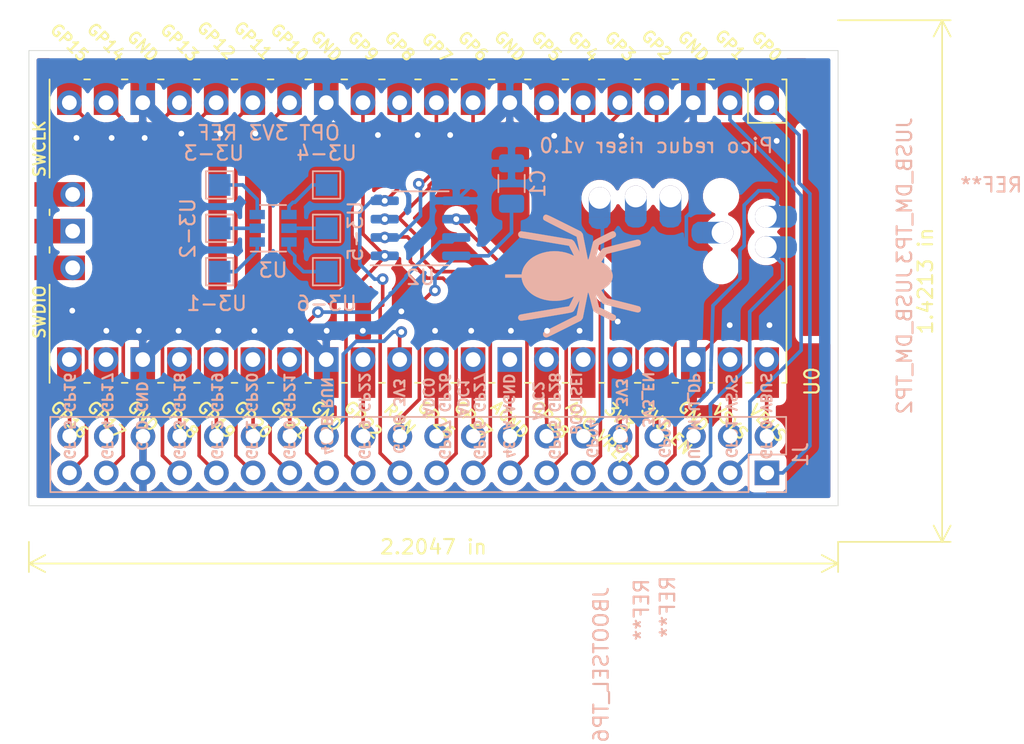
<source format=kicad_pcb>
(kicad_pcb (version 20241229) (generator "pcbnew") (generator_version "9.0")
  (layers (0 "F.Cu" signal) (2 "B.Cu" signal) (13 "F.Paste" user) (15 "B.Paste" user) (5 "F.SilkS" user) (7 "B.SilkS" user) (1 "F.Mask" user) (3 "B.Mask" user) (25 "Edge.Cuts" user))
  (net 0 "")
  (net 1 "GPIO16")
  (net 2 "GPIO17")
  (net 3 "GPIO14")
  (net 4 "GND")
  (net 5 "GPIO18")
  (net 6 "GPIO13")
  (net 7 "GPIO19")
  (net 8 "GPIO12")
  (net 9 "GPIO20")
  (net 10 "GPIO11")
  (net 11 "GPIO21")
  (net 12 "GPIO10")
  (net 13 "RS485B")
  (net 14 "GPIO22")
  (net 15 "GPIO9")
  (net 16 "RUN")
  (net 17 "GPIO6")
  (net 18 "GPIO27_ADC1")
  (net 19 "AGND")
  (net 20 "RS485A")
  (net 21 "GPIO28_ADC2")
  (net 22 "GPIO5")
  (net 23 "ADC_VREF")
  (net 24 "GPIO4")
  (net 25 "3V3_PICO")
  (net 26 "GPIO3")
  (net 27 "3V3_EN")
  (net 28 "GPIO2")
  (net 29 "VSYS")
  (net 30 "GPIO1")
  (net 31 "VBUS")
  (net 32 "GPIO0")
  (net 33 "Net-(U0-Pad43)")
  (net 34 "Net-(U0-Pad42)")
  (net 35 "Net-(U0-Pad41)")
  (net 36 "3V3")
  (net 37 "GPIO8")
  (net 38 "GPIO7")
  (net 39 "GPIO15")
  (net 40 "GPIO26_ADC0")
  (net 41 "BOOTSEL_TP6")
  (net 42 "USB_DP_TP3")
  (net 43 "USB_DM_TP2")
  (net 44 "Net-(U3-1-Pad1)")
  (net 45 "Net-(U3-5-Pad1)")
  (net 46 "Net-(U3-6-Pad1)")
  (net 47 "Net-(U3-4-Pad1)")
  (net 48 "Net-(U3-3-Pad1)")
  (net 49 "Net-(U3-2-Pad1)")
  (footprint "RP2040_minimal:RPi_Pico_SMD_TH" (layer "F.Cu") (at 56.92902 86.995 -90)
    (property "Reference" "U0")
    (property "Value" "Pico")
  )
  (footprint "Connector_PinHeader_2.54mm:PinHeader_2x20_P2.54mm_Vertical" (layer "B.Cu") (at 81.075 103.725 90)
    (property "Reference" "J1")
    (property "Value" "Conn_02x20_Odd_Even")
  )
  (footprint "Package_SO:SOIC-8_3.9x4.9mm_P1.27mm" (layer "B.Cu") (at 57.1 86.8)
    (property "Reference" "U2")
    (property "Value" "MAX485E")
  )
  (footprint "pananico:panani" (layer "B.Cu") (at 69.5 84.7)
    (property "Reference" "JBOOTSEL_TP6")
    (property "Value" "Conn_01x01")
  )
  (footprint "pananico:panani" (layer "B.Cu") (at 81 88.1 90)
    (property "Reference" "JUSB_DM_TP2")
    (property "Value" "Conn_01x01")
  )
  (footprint "pananico:panani" (layer "B.Cu") (at 81 86 90)
    (property "Reference" "JUSB_DM_TP3")
    (property "Value" "Conn_01x01")
  )
  (footprint "pananico:panani" (layer "B.Cu") (at 72 84.6)
    (property "Reference" "REF**")
    (property "Value" "panani")
  )
  (footprint "pananico:panani" (layer "B.Cu") (at 74.4 84.6)
    (property "Reference" "REF**")
    (property "Value" "panani")
  )
  (footprint "pananico:panani" (layer "B.Cu") (at 78 87.1 -90)
    (property "Reference" "REF**")
    (property "Value" "panani")
  )
  (footprint "Capacitor_SMD:C_1206_3216Metric" (layer "B.Cu") (at 63.4 83.7 90)
    (property "Reference" "C1")
    (property "Value" "10nF")
  )
  (footprint "Package_TO_SOT_SMD:SOT-23-6" (layer "B.Cu") (at 46.9 86.8)
    (property "Reference" "U3")
    (property "Value" "Opt VRef")
  )
  (footprint "TestPoint:TestPoint_Pad_1.5x1.5mm" (layer "B.Cu") (at 43.2 86.8)
    (property "Reference" "U3-2")
    (property "Value" "Conn_01x01")
  )
  (footprint "TestPoint:TestPoint_Pad_1.5x1.5mm" (layer "B.Cu") (at 43.2 89.8)
    (property "Reference" "U3-1")
    (property "Value" "Conn_01x01")
  )
  (footprint "TestPoint:TestPoint_Pad_1.5x1.5mm" (layer "B.Cu") (at 50.6 83.8)
    (property "Reference" "U3-4")
    (property "Value" "Conn_01x01")
  )
  (footprint "TestPoint:TestPoint_Pad_1.5x1.5mm" (layer "B.Cu") (at 50.6 86.8)
    (property "Reference" "U3-5")
    (property "Value" "Conn_01x01")
  )
  (footprint "TestPoint:TestPoint_Pad_1.5x1.5mm" (layer "B.Cu") (at 50.6 89.8)
    (property "Reference" "U3-6")
    (property "Value" "Conn_01x01")
  )
  (footprint "TestPoint:TestPoint_Pad_1.5x1.5mm" (layer "B.Cu") (at 43.2 83.8)
    (property "Reference" "U3-3")
    (property "Value" "Conn_01x01")
  )
  (footprint "pananico:logo_saitis-10mm-ser" (layer "B.Cu") (at 67.8 90.2 -90)
    (property "Reference" "G***" (hide yes))
    (property "Value" "LOGO" (hide yes))
  )
  (gr_poly (pts (xy 85.2 94.2) (xy 83.6 94.2) (xy 83.6 80) (xy 85.2 80)) (stroke (width 0.1)) (fill yes) (layer "F.Cu"))
  (gr_line (start 30 74.5) (end 30 106) (stroke (width 0.05)) (layer "Edge.Cuts"))
  (gr_line (start 86 106) (end 86 74.5) (stroke (width 0.05)) (layer "Edge.Cuts"))
  (gr_line (start 30 106) (end 86 106) (stroke (width 0.05)) (layer "Edge.Cuts"))
  (gr_line (start 86 74.5) (end 30 74.5) (stroke (width 0.05)) (layer "Edge.Cuts"))
  (gr_text "OPT 3V3 REF" (at 46.6 80.2 0) (layer "B.SilkS") (effects (font (size 1 1)) (justify mirror)))
  (gr_text "U_DM U_DP" (at 76 99.8 270) (layer "B.SilkS") (effects (font (size 0.7 0.7)) (justify mirror)))
  (gr_text "GND GND" (at 37.8 99.8 270) (layer "B.SilkS") (effects (font (size 0.7 0.7)) (justify mirror)))
  (gr_text "GP00 VBUS" (at 81 99.8 270) (layer "B.SilkS") (effects (font (size 0.7 0.7)) (justify mirror)))
  (gr_text "GP09 GP22" (at 53.2 99.8 270) (layer "B.SilkS") (effects (font (size 0.7 0.7)) (justify mirror)))
  (gr_text "GP07 GP26\n     ADC0" (at 58.2 99.8 270) (layer "B.SilkS") (effects (font (size 0.7 0.7)) (justify mirror)))
  (gr_text "GP03 3V3" (at 71 99.8 270) (layer "B.SilkS") (effects (font (size 0.7 0.7)) (justify mirror)))
  (gr_text "GP05 GP28\n    ADC2" (at 65.8 99.8 270) (layer "B.SilkS") (effects (font (size 0.7 0.7)) (justify mirror)))
  (gr_text "GP11 GP20" (at 45.4 99.8 270) (layer "B.SilkS") (effects (font (size 0.7 0.7)) (justify mirror)))
  (gr_text "GP15 GP16" (at 32.8 99.8 270) (layer "B.SilkS") (effects (font (size 0.7 0.7)) (justify mirror)))
  (gr_text "GP01 VSYS" (at 78.6 99.8 270) (layer "B.SilkS") (effects (font (size 0.7 0.7)) (justify mirror)))
  (gr_text "GP02\n    3V3_EN" (at 73.4 102.8 270) (layer "B.SilkS") (effects (font (size 0.7 0.7)) (justify left mirror)))
  (gr_text "GP08 3V3" (at 55.6 99.8 270) (layer "B.SilkS") (effects (font (size 0.7 0.7)) (justify mirror)))
  (gr_text "GP06 GP27\n     ADC1" (at 60.6 99.8 270) (layer "B.SilkS") (effects (font (size 0.7 0.7)) (justify mirror)))
  (gr_text "485A AGND" (at 63.2 99.8 270) (layer "B.SilkS") (effects (font (size 0.7 0.7)) (justify mirror)))
  (gr_text "GP04\n   BOOTSEL" (at 68.4 102.8 270) (layer "B.SilkS") (effects (font (size 0.7 0.7)) (justify left mirror)))
  (gr_text "GP14 GP17" (at 35.4 99.8 270) (layer "B.SilkS") (effects (font (size 0.7 0.7)) (justify mirror)))
  (gr_text "GP12 GP19" (at 43 99.8 270) (layer "B.SilkS") (effects (font (size 0.7 0.7)) (justify mirror)))
  (gr_text "GP13 GP18" (at 40.4 99.8 270) (layer "B.SilkS") (effects (font (size 0.7 0.7)) (justify mirror)))
  (gr_text "485B RUN" (at 50.6 99.8 270) (layer "B.SilkS") (effects (font (size 0.7 0.7)) (justify mirror)))
  (gr_text "GP10 GP21" (at 48 99.8 270) (layer "B.SilkS") (effects (font (size 0.7 0.7)) (justify mirror)))
  (gr_text "Pico reduc riser v1.0" (at 73.42 81.08 0) (layer "B.SilkS") (effects (font (size 1 1)) (justify mirror)))
  (dimension (type aligned) (layer "F.SilkS") (pts (xy 86 108.5) (xy 30 108.5)) (height -1.5) (format (prefix "") (suffix "") (units 0) (units_format 1) (precision 4)) (style (thickness 0.12) (arrow_length 1.27) (text_position_mode 0) (arrow_direction outward) (extension_height 0.58642) (extension_offset 0) (keep_text_aligned yes)) (gr_text "2.2047 in" (at 58 108.85 0) (layer "F.SilkS") (effects (font (size 1 1) (thickness 0.15)))))
  (dimension (type aligned) (layer "F.SilkS") (pts (xy 86 72.4) (xy 86 108.5)) (height -7.2) (format (prefix "") (suffix "") (units 0) (units_format 1) (precision 4)) (style (thickness 0.12) (arrow_length 1.27) (text_position_mode 0) (arrow_direction outward) (extension_height 0.58642) (extension_offset 0) (keep_text_aligned yes)) (gr_text "1.4213 in" (at 92.05 90.45 90) (layer "F.SilkS") (effects (font (size 1 1) (thickness 0.15)))))
  (segment (start 32.815 101.185) (end 32.815 95.90098) (width 0.25) (layer "F.Cu") (net 1))
  (segment (start 32.815 95.90098) (end 32.79902 95.885) (width 0.25) (layer "F.Cu") (net 1))
  (segment (start 35.355 101.185) (end 35.355 95.90098) (width 0.25) (layer "F.Cu") (net 2))
  (segment (start 35.36442 95.9104) (end 35.33902 95.885) (width 0.5) (layer "F.Cu") (net 2))
  (segment (start 35.355 95.90098) (end 35.33902 95.885) (width 0.25) (layer "F.Cu") (net 2))
  (segment (start 36.530001 102.549999) (end 36.530001 79.295981) (width 0.25) (layer "F.Cu") (net 3))
  (segment (start 36.22201 78.98799) (end 35.33902 78.105) (width 0.25) (layer "F.Cu") (net 3))
  (segment (start 35.355 103.725) (end 36.530001 102.549999) (width 0.25) (layer "F.Cu") (net 3))
  (segment (start 36.514021 79.280001) (end 36.22201 78.98799) (width 0.25) (layer "F.Cu") (net 3))
  (segment (start 36.530001 79.295981) (end 36.22201 78.98799) (width 0.25) (layer "F.Cu") (net 3))
  (segment (start 75.97902 95.885) (end 75.97902 84.72902) (width 0.25) (layer "F.Cu") (net 4))
  (segment (start 37.87902 95.885) (end 37.90442 95.9104) (width 1) (layer "F.Cu") (net 4))
  (segment (start 81.75 80.75) (end 81.350001 81.149999) (width 0.25) (layer "F.Cu") (net 4))
  (segment (start 75.97902 82.27098) (end 77 81.25) (width 0.25) (layer "F.Cu") (net 4))
  (segment (start 77 81.25) (end 78.25 81.25) (width 0.25) (layer "F.Cu") (net 4))
  (segment (start 75.97902 84.72902) (end 75.97902 82.27098) (width 0.25) (layer "F.Cu") (net 4))
  (segment (start 81.350001 81.149999) (end 78.25 81.25) (width 0.25) (layer "F.Cu") (net 4))
  (segment (start 75.97902 84.72902) (end 76 84.70804) (width 0.25) (layer "F.Cu") (net 4))
  (segment (start 78.5 93.5) (end 81.25 93.5) (width 0.25) (layer "F.Cu") (net 4))
  (segment (start 76.115 95.885) (end 78.5 93.5) (width 0.25) (layer "F.Cu") (net 4))
  (segment (start 75.97902 95.885) (end 76.115 95.885) (width 0.25) (layer "F.Cu") (net 4))
  (via (at 70.75 93.25) (size 0.8) (drill 0.4) (layers "F.Cu" "B.Cu") (net 4))
  (via (at 33 92.5) (size 0.8) (drill 0.4) (layers "F.Cu" "B.Cu") (net 4))
  (via (at 33.29178 80.54594) (size 0.8) (drill 0.4) (layers "F.Cu" "B.Cu") (net 4))
  (via (at 45.6089 93.8911) (size 0.8) (drill 0.4) (layers "F.Cu" "B.Cu") (net 4))
  (via (at 58.1089 93.8911) (size 0.8) (drill 0.4) (layers "F.Cu" "B.Cu") (net 4))
  (via (at 43.1089 93.8911) (size 0.8) (drill 0.4) (layers "F.Cu" "B.Cu") (net 4))
  (via (at 55.775 92.55) (size 0.8) (drill 0.4) (layers "F.Cu" "B.Cu") (net 4))
  (via (at 59.15472 80.34528) (size 0.8) (drill 0.4) (layers "F.Cu" "B.Cu") (net 4))
  (via (at 50.6089 93.8911) (size 0.8) (drill 0.4) (layers "F.Cu" "B.Cu") (net 4))
  (via (at 38.0111 80.54594) (size 0.8) (drill 0.4) (layers "F.Cu" "B.Cu") (net 4))
  (via (at 81.75 80.75) (size 0.8) (drill 0.4) (layers "F.Cu" "B.Cu") (net 4))
  (via (at 40.54856 80.24368) (size 0.8) (drill 0.4) (layers "F.Cu" "B.Cu") (net 4))
  (via (at 37.6089 93.8911) (size 0.8) (drill 0.4) (layers "F.Cu" "B.Cu") (net 4))
  (via (at 40.3589 93.8911) (size 0.8) (drill 0.4) (layers "F.Cu" "B.Cu") (net 4))
  (via (at 56.90472 80.34528) (size 0.8) (drill 0.4) (layers "F.Cu" "B.Cu") (net 4))
  (via (at 65.8589 93.8911) (size 0.8) (drill 0.4) (layers "F.Cu" "B.Cu") (net 4))
  (via (at 78.5 93.5) (size 0.8) (drill 0.4) (layers "F.Cu" "B.Cu") (net 4))
  (via (at 53.1089 93.8911) (size 0.8) (drill 0.4) (layers "F.Cu" "B.Cu") (net 4))
  (via (at 81.25 93.5) (size 0.8) (drill 0.4) (layers "F.Cu" "B.Cu") (net 4))
  (via (at 45.67174 80.24368) (size 0.8) (drill 0.4) (layers "F.Cu" "B.Cu") (net 4))
  (via (at 54.15472 80.34528) (size 0.8) (drill 0.4) (layers "F.Cu" "B.Cu") (net 4))
  (via (at 63.3589 93.8911) (size 0.8) (drill 0.4) (layers "F.Cu" "B.Cu") (net 4))
  (via (at 35.3589 93.8911) (size 0.8) (drill 0.4) (layers "F.Cu" "B.Cu") (net 4))
  (via (at 48.1089 93.8911) (size 0.8) (drill 0.4) (layers "F.Cu" "B.Cu") (net 4))
  (via (at 43.23588 80.24368) (size 0.8) (drill 0.4) (layers "F.Cu" "B.Cu") (net 4))
  (via (at 35.7251 80.54594) (size 0.8) (drill 0.4) (layers "F.Cu" "B.Cu") (net 4))
  (via (at 70.99554 80.39608) (size 0.8) (drill 0.4) (layers "F.Cu" "B.Cu") (net 4))
  (via (at 66.35392 80.39608) (size 0.8) (drill 0.4) (layers "F.Cu" "B.Cu") (net 4))
  (via (at 68.1089 93.8911) (size 0.8) (drill 0.4) (layers "F.Cu" "B.Cu") (net 4))
  (via (at 60.6089 93.8911) (size 0.8) (drill 0.4) (layers "F.Cu" "B.Cu") (net 4))
  (segment (start 33.29178 80.54594) (end 33.29178 80.54594) (width 1) (layer "B.Cu") (net 4))
  (segment (start 35.7251 80.54594) (end 33.29178 80.54594) (width 1) (layer "B.Cu") (net 4))
  (segment (start 38.0111 80.54594) (end 35.7251 80.54594) (width 1) (layer "B.Cu") (net 4))
  (segment (start 40.54856 80.24368) (end 43.23588 80.24368) (width 1) (layer "B.Cu") (net 4))
  (segment (start 43.23588 80.24368) (end 45.67174 80.24368) (width 1) (layer "B.Cu") (net 4))
  (segment (start 45.67174 80.24368) (end 49.43856 80.24368) (width 1) (layer "B.Cu") (net 4))
  (segment (start 70.99554 80.39608) (end 73.68794 80.39608) (width 1) (layer "B.Cu") (net 4))
  (segment (start 40.3589 93.8911) (end 43.1089 93.8911) (width 1) (layer "B.Cu") (net 4))
  (segment (start 43.1089 93.8911) (end 45.6089 93.8911) (width 1) (layer "B.Cu") (net 4))
  (segment (start 45.6089 93.8911) (end 48.1089 93.8911) (width 1) (layer "B.Cu") (net 4))
  (segment (start 48.1089 93.8911) (end 48.58512 93.8911) (width 1) (layer "B.Cu") (net 4))
  (segment (start 58.1089 93.8911) (end 60.6089 93.8911) (width 1) (layer "B.Cu") (net 4))
  (segment (start 60.6089 93.8911) (end 63.3589 93.8911) (width 1) (layer "B.Cu") (net 4))
  (segment (start 63.3589 93.8911) (end 65.8589 93.8911) (width 1) (layer "B.Cu") (net 4))
  (segment (start 65.8589 93.8911) (end 68.1089 93.8911) (width 1) (layer "B.Cu") (net 4))
  (segment (start 68.1089 93.8911) (end 68.1089 93.8911) (width 1) (layer "B.Cu") (net 4))
  (segment (start 54.15472 80.34528) (end 56.90472 80.34528) (width 1) (layer "B.Cu") (net 4))
  (segment (start 56.90472 80.34528) (end 59.15472 80.34528) (width 1) (layer "B.Cu") (net 4))
  (segment (start 59.15472 80.34528) (end 61.03874 80.34528) (width 1) (layer "B.Cu") (net 4))
  (segment (start 66.35392 80.39608) (end 70.99554 80.39608) (width 1) (layer "B.Cu") (net 4))
  (segment (start 37.6089 93.8911) (end 35.3589 93.8911) (width 1) (layer "B.Cu") (net 4))
  (segment (start 35.3589 93.8911) (end 34.3911 93.8911) (width 1) (layer "B.Cu") (net 4))
  (segment (start 33 92.5) (end 33 92.5) (width 1) (layer "B.Cu") (net 4))
  (segment (start 70.75 93.25) (end 70.75 93.25) (width 0.25) (layer "B.Cu") (net 4))
  (segment (start 52.8193 80.34528) (end 54.15472 80.34528) (width 1) (layer "B.Cu") (net 4))
  (segment (start 75.5 88.2) (end 75.5 86) (width 0.25) (layer "B.Cu") (net 4))
  (segment (start 37.87902 95.72752) (end 39.71544 93.8911) (width 1) (layer "B.Cu") (net 4))
  (segment (start 73.83272 80.39608) (end 73.68794 80.39608) (width 0.25) (layer "B.Cu") (net 4))
  (segment (start 63.4 82.3) (end 64.45 82.3) (width 0.25) (layer "B.Cu") (net 4))
  (segment (start 75.5 86) (end 75.97902 85.52098) (width 0.25) (layer "B.Cu") (net 4))
  (segment (start 63.28664 78.105) (end 65.57772 80.39608) (width 1) (layer "B.Cu") (net 4))
  (segment (start 49.43856 80.24368) (end 50.57902 79.10322) (width 1) (layer "B.Cu") (net 4))
  (segment (start 61.03874 80.34528) (end 63.27902 78.105) (width 1) (layer "B.Cu") (net 4))
  (segment (start 34.3911 93.8911) (end 33 92.5) (width 1) (layer "B.Cu") (net 4))
  (segment (start 39.71544 80.54594) (end 40.0177 80.24368) (width 1) (layer "B.Cu") (net 4))
  (segment (start 50.57902 78.105) (end 52.8193 80.34528) (width 1) (layer "B.Cu") (net 4))
  (segment (start 39.71544 93.8911) (end 37.6089 93.8911) (width 1) (layer "B.Cu") (net 4))
  (segment (start 55.775 92.55) (end 56.7678 92.55) (width 0.5) (layer "B.Cu") (net 4))
  (segment (start 59.575 84.895) (end 59.575 84.725) (width 0.25) (layer "B.Cu") (net 4))
  (segment (start 37.87902 95.885) (end 37.87902 95.72752) (width 1) (layer "B.Cu") (net 4))
  (segment (start 73.68794 80.39608) (end 75.97902 78.105) (width 1) (layer "B.Cu") (net 4))
  (segment (start 62.17 82.3) (end 63.4 82.3) (width 0.25) (layer "B.Cu") (net 4))
  (segment (start 50.57902 79.10322) (end 50.57902 78.105) (width 1) (layer "B.Cu") (net 4))
  (segment (start 75.97902 89.52098) (end 74.47902 89.52098) (width 0.25) (layer "B.Cu") (net 4))
  (segment (start 48.58512 93.8911) (end 50.57902 95.885) (width 1) (layer "B.Cu") (net 4))
  (segment (start 40.0177 80.24368) (end 40.54856 80.24368) (width 1) (layer "B.Cu") (net 4))
  (segment (start 75.97902 88.67902) (end 75.5 88.2) (width 0.25) (layer "B.Cu") (net 4))
  (segment (start 59.575 84.895) (end 62.17 82.3) (width 0.25) (layer "B.Cu") (net 4))
  (segment (start 71 93) (end 70.75 93.25) (width 0.25) (layer "B.Cu") (net 4))
  (segment (start 39.71544 93.8911) (end 39.71544 80.54594) (width 1) (layer "B.Cu") (net 4))
  (segment (start 53.1089 93.8911) (end 54.4339 93.8911) (width 0.5) (layer "B.Cu") (net 4))
  (segment (start 56.7678 92.55) (end 58.1089 93.8911) (width 0.5) (layer "B.Cu") (net 4))
  (segment (start 75.97902 85.52098) (end 75.97902 82.54238) (width 0.25) (layer "B.Cu") (net 4))
  (segment (start 75.97902 89.52098) (end 75.97902 88.67902) (width 0.25) (layer "B.Cu") (net 4))
  (segment (start 50.6089 93.8911) (end 53.1089 93.8911) (width 0.5) (layer "B.Cu") (net 4))
  (segment (start 48.58512 93.8911) (end 50.6089 93.8911) (width 1) (layer "B.Cu") (net 4))
  (segment (start 74.47902 89.52098) (end 71 93) (width 0.25) (layer "B.Cu") (net 4))
  (segment (start 54.4339 93.8911) (end 55.775 92.55) (width 0.5) (layer "B.Cu") (net 4))
  (segment (start 39.71544 80.54594) (end 38.0111 80.54594) (width 1) (layer "B.Cu") (net 4))
  (segment (start 65.57772 80.39608) (end 66.35392 80.39608) (width 1) (layer "B.Cu") (net 4))
  (segment (start 64.45 82.3) (end 66.35392 80.39608) (width 0.25) (layer "B.Cu") (net 4))
  (segment (start 37.87902 78.105) (end 40.0177 80.24368) (width 1) (layer "B.Cu") (net 4))
  (segment (start 75.97902 95.885) (end 75.97902 89.52098) (width 0.25) (layer "B.Cu") (net 4))
  (segment (start 63.27902 78.105) (end 63.28664 78.105) (width 1) (layer "B.Cu") (net 4))
  (segment (start 39.71544 93.8911) (end 40.3589 93.8911) (width 1) (layer "B.Cu") (net 4))
  (segment (start 75.97902 82.54238) (end 73.83272 80.39608) (width 0.25) (layer "B.Cu") (net 4))
  (segment (start 40.435 95.90098) (end 40.41902 95.885) (width 0.25) (layer "F.Cu") (net 5))
  (segment (start 40.435 101.185) (end 40.435 95.90098) (width 0.25) (layer "F.Cu") (net 5))
  (segment (start 40.435 103.725) (end 39.244019 102.534019) (width 0.25) (layer "F.Cu") (net 6))
  (segment (start 39.244019 102.534019) (end 39.244019 79.280001) (width 0.25) (layer "F.Cu") (net 6))
  (segment (start 39.244019 79.280001) (end 40.41902 78.105) (width 0.25) (layer "F.Cu") (net 6))
  (segment (start 42.975 95.90098) (end 42.95902 95.885) (width 0.25) (layer "F.Cu") (net 7))
  (segment (start 42.98442 95.9104) (end 42.95902 95.885) (width 0.5) (layer "F.Cu") (net 7))
  (segment (start 42.975 101.185) (end 42.975 95.90098) (width 0.25) (layer "F.Cu") (net 7))
  (segment (start 41.784019 79.280001) (end 42.95902 78.105) (width 0.25) (layer "F.Cu") (net 8))
  (segment (start 41.784019 102.534019) (end 42.975 103.725) (width 0.25) (layer "F.Cu") (net 8))
  (segment (start 41.784019 79.280001) (end 41.784019 102.534019) (width 0.25) (layer "F.Cu") (net 8))
  (segment (start 45.52442 95.9104) (end 45.49902 95.885) (width 0.5) (layer "F.Cu") (net 9))
  (segment (start 45.515 101.185) (end 45.515 95.90098) (width 0.25) (layer "F.Cu") (net 9))
  (segment (start 45.515 95.90098) (end 45.49902 95.885) (width 0.25) (layer "F.Cu") (net 9))
  (segment (start 44.324019 79.280001) (end 44.324019 102.534019) (width 0.25) (layer "F.Cu") (net 10))
  (segment (start 45.49902 78.105) (end 44.324019 79.280001) (width 0.25) (layer "F.Cu") (net 10))
  (segment (start 44.665001 102.875001) (end 45.515 103.725) (width 0.25) (layer "F.Cu") (net 10))
  (segment (start 44.324019 102.534019) (end 44.665001 102.875001) (width 0.25) (layer "F.Cu") (net 10))
  (segment (start 48.03902 99.966939) (end 48.03902 95.885) (width 0.25) (layer "F.Cu") (net 11))
  (segment (start 48.055 99.982919) (end 48.03902 99.966939) (width 0.25) (layer "F.Cu") (net 11))
  (segment (start 48.055 101.185) (end 48.055 99.982919) (width 0.25) (layer "F.Cu") (net 11))
  (segment (start 46.864019 79.280001) (end 48.03902 78.105) (width 0.25) (layer "F.Cu") (net 12))
  (segment (start 46.690001 79.454019) (end 46.864019 79.280001) (width 0.25) (layer "F.Cu") (net 12))
  (segment (start 48.055 103.725) (end 46.690001 102.360001) (width 0.25) (layer "F.Cu") (net 12))
  (segment (start 46.690001 102.360001) (end 46.690001 79.454019) (width 0.25) (layer "F.Cu") (net 12))
  (segment (start 49.239421 93.360579) (end 49.33 93.27) (width 0.25) (layer "F.Cu") (net 13))
  (segment (start 50.595 103.725) (end 49.230001 102.360001) (width 0.25) (layer "F.Cu") (net 13))
  (segment (start 49.230001 102.360001) (end 49.230001 93.369999) (width 0.25) (layer "F.Cu") (net 13))
  (segment (start 49.33 93.27) (end 50 92.6) (width 0.25) (layer "F.Cu") (net 13))
  (segment (start 49.230001 93.369999) (end 49.33 93.27) (width 0.25) (layer "F.Cu") (net 13))
  (via (at 50 92.6) (size 0.8) (drill 0.4) (layers "F.Cu" "B.Cu") (net 13))
  (segment (start 55.2 91.2) (end 55 91.3) (width 0.25) (layer "B.Cu") (net 13))
  (segment (start 58.465 87.735) (end 56.1 90.1) (width 0.25) (layer "B.Cu") (net 13))
  (segment (start 59.575 87.435) (end 59.275 87.735) (width 0.25) (layer "B.Cu") (net 13))
  (segment (start 56.1 90.2) (end 55.2 91.2) (width 0.25) (layer "B.Cu") (net 13))
  (segment (start 53.8 92.6) (end 55.2 91.2) (width 0.25) (layer "B.Cu") (net 13))
  (segment (start 56.1 90.1) (end 56.1 90.2) (width 0.25) (layer "B.Cu") (net 13))
  (segment (start 59.275 87.735) (end 58.465 87.735) (width 0.25) (layer "B.Cu") (net 13))
  (segment (start 50 92.6) (end 53.8 92.6) (width 0.25) (layer "B.Cu") (net 13))
  (segment (start 53.135 101.185) (end 53.135 95.90098) (width 0.25) (layer "F.Cu") (net 14))
  (segment (start 53.14442 95.9104) (end 53.11902 95.885) (width 0.5) (layer "F.Cu") (net 14))
  (segment (start 53.135 95.90098) (end 53.11902 95.885) (width 0.25) (layer "F.Cu") (net 14))
  (segment (start 51.944019 102.534019) (end 51.944019 91.575981) (width 0.25) (layer "F.Cu") (net 15))
  (segment (start 53.11902 82.18098) (end 53.11902 78.105) (width 0.25) (layer "F.Cu") (net 15))
  (segment (start 53.11902 83.3755) (end 53.11902 82.18098) (width 0.25) (layer "F.Cu") (net 15))
  (segment (start 53.12 87.2) (end 53.12 82.18196) (width 0.25) (layer "F.Cu") (net 15))
  (segment (start 54.625 88.775) (end 54.625 88.705) (width 0.25) (layer "F.Cu") (net 15))
  (segment (start 52.08 91.44) (end 54.625 88.775) (width 0.25) (layer "F.Cu") (net 15))
  (segment (start 53.135 103.725) (end 51.944019 102.534019) (width 0.25) (layer "F.Cu") (net 15))
  (segment (start 51.944019 91.575981) (end 52.08 91.44) (width 0.25) (layer "F.Cu") (net 15))
  (segment (start 53.12 82.18196) (end 53.11902 82.18098) (width 0.25) (layer "F.Cu") (net 15))
  (segment (start 54.625 88.705) (end 53.12 87.2) (width 0.25) (layer "F.Cu") (net 15))
  (segment (start 51.92014 91.47986) (end 52.08 91.44) (width 0.25) (layer "F.Cu") (net 15))
  (via (at 54.625 88.705) (size 0.8) (drill 0.4) (layers "F.Cu" "B.Cu") (net 15))
  (segment (start 55.65902 95.885) (end 55.65902 94.09098) (width 0.25) (layer "F.Cu") (net 16))
  (segment (start 55.68442 95.9104) (end 55.65902 95.885) (width 0.5) (layer "F.Cu") (net 16))
  (segment (start 55.65902 94.09098) (end 55.775 93.975) (width 0.25) (layer "F.Cu") (net 16))
  (via (at 55.775 93.975) (size 0.8) (drill 0.4) (layers "F.Cu" "B.Cu") (net 16))
  (segment (start 55.209315 93.975) (end 55.775 93.975) (width 0.25) (layer "B.Cu") (net 16))
  (segment (start 50.595 101.185) (end 51.754021 100.025979) (width 0.25) (layer "B.Cu") (net 16))
  (segment (start 51.754021 95.510997) (end 52.648917 94.616101) (width 0.25) (layer "B.Cu") (net 16))
  (segment (start 52.648917 94.616101) (end 54.568214 94.616101) (width 0.25) (layer "B.Cu") (net 16))
  (segment (start 54.568214 94.616101) (end 55.209315 93.975) (width 0.25) (layer "B.Cu") (net 16))
  (segment (start 51.754021 100.025979) (end 51.754021 95.510997) (width 0.25) (layer "B.Cu") (net 16))
  (segment (start 57.2 88.9) (end 57.2 87.67033) (width 0.25) (layer "F.Cu") (net 17))
  (segment (start 61.930001 91.600001) (end 61.84 91.51) (width 0.25) (layer "F.Cu") (net 17))
  (segment (start 57.70118 83.8327) (end 57.70118 84.02103) (width 0.25) (layer "F.Cu") (net 17))
  (segment (start 61.930001 102.549999) (end 61.930001 91.600001) (width 0.25) (layer "F.Cu") (net 17))
  (segment (start 60.755 103.725) (end 61.930001 102.549999) (width 0.25) (layer "F.Cu") (net 17))
  (segment (start 57.70118 84.02103) (end 55.62967 86.09254) (width 0.25) (layer "F.Cu") (net 17))
  (segment (start 55.62967 86.1) (end 54.69 86.1) (width 0.25) (layer "F.Cu") (net 17))
  (segment (start 55.62967 86.09254) (end 55.62967 86.1) (width 0.25) (layer "F.Cu") (net 17))
  (segment (start 60.73902 78.105) (end 60.73902 80.79486) (width 0.25) (layer "F.Cu") (net 17))
  (segment (start 60.73902 80.79486) (end 57.70118 83.8327) (width 0.25) (layer "F.Cu") (net 17))
  (segment (start 61.930001 91.789999) (end 61.930001 91.600001) (width 0.25) (layer "F.Cu") (net 17))
  (segment (start 57.2 87.67033) (end 55.62967 86.1) (width 0.25) (layer "F.Cu") (net 17))
  (segment (start 61.84 91.51) (end 60.1 89.8) (width 0.25) (layer "F.Cu") (net 17))
  (segment (start 60.1 89.8) (end 58.1 89.8) (width 0.25) (layer "F.Cu") (net 17))
  (segment (start 54.69 86.1) (end 54.625 86.165) (width 0.25) (layer "F.Cu") (net 17))
  (segment (start 58.1 89.8) (end 57.2 88.9) (width 0.25) (layer "F.Cu") (net 17))
  (via (at 54.625 86.165) (size 0.8) (drill 0.4) (layers "F.Cu" "B.Cu") (net 17))
  (segment (start 60.755 101.185) (end 60.755 95.90098) (width 0.25) (layer "F.Cu") (net 18))
  (segment (start 60.76442 95.9104) (end 60.73902 95.885) (width 0.5) (layer "F.Cu") (net 18))
  (segment (start 60.755 95.90098) (end 60.73902 95.885) (width 0.25) (layer "F.Cu") (net 18))
  (segment (start 63.30442 95.9104) (end 63.27902 95.885) (width 0.5) (layer "F.Cu") (net 19))
  (segment (start 63.295 101.185) (end 63.295 99.982919) (width 0.25) (layer "F.Cu") (net 19))
  (segment (start 63.295 99.982919) (end 63.27902 99.966939) (width 0.25) (layer "F.Cu") (net 19))
  (segment (start 63.27902 99.966939) (end 63.27902 95.885) (width 0.25) (layer "F.Cu") (net 19))
  (segment (start 62.8 90.741158) (end 62.8 89.4) (width 0.25) (layer "F.Cu") (net 20))
  (segment (start 64.35 92.22) (end 62.8 90.741158) (width 0.25) (layer "F.Cu") (net 20))
  (segment (start 59.575 86.175) (end 59.575 86.165) (width 0.25) (layer "F.Cu") (net 20))
  (segment (start 64.470001 102.549999) (end 64.470001 92.340001) (width 0.25) (layer "F.Cu") (net 20))
  (segment (start 64.470001 92.340001) (end 64.35 92.22) (width 0.25) (layer "F.Cu") (net 20))
  (segment (start 63.295 103.725) (end 64.470001 102.549999) (width 0.25) (layer "F.Cu") (net 20))
  (segment (start 62.8 89.4) (end 59.575 86.175) (width 0.25) (layer "F.Cu") (net 20))
  (segment (start 64.479421 92.420579) (end 64.35 92.22) (width 0.25) (layer "F.Cu") (net 20))
  (via (at 59.575 86.165) (size 0.8) (drill 0.4) (layers "F.Cu" "B.Cu") (net 20))
  (segment (start 65.835 99.982919) (end 65.81902 99.966939) (width 0.25) (layer "F.Cu") (net 21))
  (segment (start 65.835 101.185) (end 65.835 99.982919) (width 0.25) (layer "F.Cu") (net 21))
  (segment (start 65.84442 95.9104) (end 65.81902 95.885) (width 0.5) (layer "F.Cu") (net 21))
  (segment (start 65.81902 99.966939) (end 65.81902 95.885) (width 0.25) (layer "F.Cu") (net 21))
  (segment (start 67.019421 91.480579) (end 66.96 91.43) (width 0.25) (layer "F.Cu") (net 22))
  (segment (start 65.23482 78.6892) (end 65.81902 78.105) (width 0.25) (layer "F.Cu") (net 22))
  (segment (start 66.96 91.43) (end 65.3 89.761158) (width 0.25) (layer "F.Cu") (net 22))
  (segment (start 67.184019 102.375981) (end 67.184019 91.654019) (width 0.25) (layer "F.Cu") (net 22))
  (segment (start 65.3 89.761158) (end 65.3 89.2) (width 0.25) (layer "F.Cu") (net 22))
  (segment (start 65.23482 89.44356) (end 65.3 89.2) (width 0.25) (layer "F.Cu") (net 22))
  (segment (start 67.184019 91.654019) (end 66.96 91.43) (width 0.25) (layer "F.Cu") (net 22))
  (segment (start 65.835 103.725) (end 67.184019 102.375981) (width 0.25) (layer "F.Cu") (net 22))
  (segment (start 65.3 89.2) (end 65.23482 78.6892) (width 0.25) (layer "F.Cu") (net 22))
  (segment (start 68.38442 95.9104) (end 68.35902 95.885) (width 0.5) (layer "F.Cu") (net 23))
  (segment (start 69.550001 102.549999) (end 69.550001 92.080001) (width 0.25) (layer "F.Cu") (net 24))
  (segment (start 69.44 91.97) (end 65.89522 88.48344) (width 0.25) (layer "F.Cu") (net 24))
  (segment (start 65.89522 82.54492) (end 68.35902 80.08112) (width 0.25) (layer "F.Cu") (net 24))
  (segment (start 69.550001 92.080001) (end 69.44 91.97) (width 0.25) (layer "F.Cu") (net 24))
  (segment (start 68.375 103.725) (end 69.550001 102.549999) (width 0.25) (layer "F.Cu") (net 24))
  (segment (start 65.89522 88.48344) (end 65.89522 82.54492) (width 0.25) (layer "F.Cu") (net 24))
  (segment (start 68.35902 80.08112) (end 68.35902 78.105) (width 0.25) (layer "F.Cu") (net 24))
  (segment (start 70.915 95.90098) (end 70.89902 95.885) (width 0.25) (layer "F.Cu") (net 25))
  (segment (start 70.915 101.185) (end 70.915 95.90098) (width 0.25) (layer "F.Cu") (net 25))
  (segment (start 68.48094 81.08696) (end 68.62826 81.08696) (width 0.25) (layer "F.Cu") (net 26))
  (segment (start 66.45148 86.16188) (end 66.45402 86.15934) (width 0.25) (layer "F.Cu") (net 26))
  (segment (start 69.5 90.9) (end 66.45148 87.73414) (width 0.25) (layer "F.Cu") (net 26))
  (segment (start 66.45402 86.15934) (end 66.45402 83.11388) (width 0.25) (layer "F.Cu") (net 26))
  (segment (start 66.45402 83.11388) (end 68.48094 81.08696) (width 0.25) (layer "F.Cu") (net 26))
  (segment (start 72.04 93.5) (end 69.5 90.926998) (width 0.25) (layer "F.Cu") (net 26))
  (segment (start 69.5 90.926998) (end 69.5 90.9) (width 0.25) (layer "F.Cu") (net 26))
  (segment (start 72.090001 102.549999) (end 72.090001 93.550001) (width 0.25) (layer "F.Cu") (net 26))
  (segment (start 68.62826 81.08696) (end 70.89902 78.8162) (width 0.25) (layer "F.Cu") (net 26))
  (segment (start 70.915 103.725) (end 72.090001 102.549999) (width 0.25) (layer "F.Cu") (net 26))
  (segment (start 70.89902 78.8162) (end 70.89902 78.105) (width 0.25) (layer "F.Cu") (net 26))
  (segment (start 72.090001 93.550001) (end 72.04 93.5) (width 0.25) (layer "F.Cu") (net 26))
  (segment (start 70.89902 103.93426) (end 70.92442 103.95966) (width 1) (layer "F.Cu") (net 26))
  (segment (start 66.45148 87.73414) (end 66.45148 86.16188) (width 0.25) (layer "F.Cu") (net 26))
  (segment (start 73.43902 99.966939) (end 73.43902 95.885) (width 0.25) (layer "F.Cu") (net 27))
  (segment (start 73.455 101.185) (end 73.455 99.982919) (width 0.25) (layer "F.Cu") (net 27))
  (segment (start 73.46442 95.9104) (end 73.43902 95.885) (width 0.5) (layer "F.Cu") (net 27))
  (segment (start 73.455 99.982919) (end 73.43902 99.966939) (width 0.25) (layer "F.Cu") (net 27))
  (segment (start 73.43902 80.09128) (end 73.43902 78.105) (width 0.25) (layer "F.Cu") (net 28))
  (segment (start 74.7 98.770182) (end 74.71 98.49) (width 0.25) (layer "F.Cu") (net 28))
  (segment (start 74.71 102.47) (end 74.71 98.49) (width 0.25) (layer "F.Cu") (net 28))
  (segment (start 68.40728 81.98104) (end 71.54926 81.98104) (width 0.25) (layer "F.Cu") (net 28))
  (segment (start 67.03568 83.35264) (end 68.40728 81.98104) (width 0.25) (layer "F.Cu") (net 28))
  (segment (start 72.264019 91.976959) (end 72.1 91.9) (width 0.25) (layer "F.Cu") (net 28))
  (segment (start 74.71 98.49) (end 74.7 94.5) (width 0.25) (layer "F.Cu") (net 28))
  (segment (start 73.455 103.725) (end 74.71 102.47) (width 0.25) (layer "F.Cu") (net 28))
  (segment (start 72.1 91.9) (end 67.03568 86.74862) (width 0.25) (layer "F.Cu") (net 28))
  (segment (start 71.54926 81.98104) (end 73.43902 80.09128) (width 0.25) (layer "F.Cu") (net 28))
  (segment (start 74.7 94.5) (end 72.1 91.9) (width 0.25) (layer "F.Cu") (net 28))
  (segment (start 67.03568 86.74862) (end 67.03568 83.35264) (width 0.25) (layer "F.Cu") (net 28))
  (segment (start 78.535 101.185) (end 78.535 95.90098) (width 0.25) (layer "F.Cu") (net 29))
  (segment (start 78.535 95.90098) (end 78.51902 95.885) (width 0.25) (layer "F.Cu") (net 29))
  (segment (start 78.51902 103.93426) (end 78.54442 103.95966) (width 1) (layer "F.Cu") (net 30))
  (segment (start 82.858621 83.858621) (end 83.44 84.54) (width 0.25) (layer "B.Cu") (net 30))
  (segment (start 79.899999 102.360001) (end 79.899999 98.783023) (width 0.25) (layer "B.Cu") (net 30))
  (segment (start 82.858621 83.633321) (end 82.858621 83.858621) (width 0.25) (layer "B.Cu") (net 30))
  (segment (start 78.51902 79.29372) (end 82.858621 83.633321) (width 0.25) (layer "B.Cu") (net 30))
  (segment (start 78.51902 78.105) (end 78.51902 79.29372) (width 0.25) (layer "B.Cu") (net 30))
  (segment (start 83.44 95.243022) (end 83.44 84.54) (width 0.25) (layer "B.Cu") (net 30))
  (segment (start 79.899999 98.783023) (end 83.44 95.243022) (width 0.25) (layer "B.Cu") (net 30))
  (segment (start 78.535 103.725) (end 79.899999 102.360001) (width 0.25) (layer "B.Cu") (net 30))
  (segment (start 81.075 99.982919) (end 81.05902 99.966939) (width 0.25) (layer "F.Cu") (net 31))
  (segment (start 81.05902 99.966939) (end 81.05902 95.885) (width 0.25) (layer "F.Cu") (net 31))
  (segment (start 81.075 101.185) (end 81.075 99.982919) (width 0.25) (layer "F.Cu") (net 31))
  (segment (start 81.05902 103.93426) (end 81.08442 103.95966) (width 1) (layer "F.Cu") (net 32))
  (segment (start 83.308631 80.354611) (end 83.308631 83.672221) (width 0.25) (layer "B.Cu") (net 32))
  (segment (start 84.05001 101.84999) (end 84.05001 84.4136) (width 0.25) (layer "B.Cu") (net 32))
  (segment (start 83.308631 83.672221) (end 84.05001 84.4136) (width 0.25) (layer "B.Cu") (net 32))
  (segment (start 82.175 103.725) (end 84.05001 101.84999) (width 0.25) (layer "B.Cu") (net 32))
  (segment (start 83.308631 80.354611) (end 81.05902 78.105) (width 0.25) (layer "B.Cu") (net 32))
  (segment (start 81.075 103.725) (end 82.175 103.725) (width 0.25) (layer "B.Cu") (net 32))
  (segment (start 57.024019 92.075981) (end 58 91.1) (width 0.25) (layer "F.Cu") (net 36))
  (segment (start 55.675 99.982919) (end 57.024019 98.6339) (width 0.25) (layer "F.Cu") (net 36))
  (segment (start 57.024019 98.6339) (end 57.024019 92.075981) (width 0.25) (layer "F.Cu") (net 36))
  (segment (start 58 91.1) (end 58.1 91.1) (width 0.25) (layer "F.Cu") (net 36))
  (segment (start 55.675 101.185) (end 55.675 99.982919) (width 0.25) (layer "F.Cu") (net 36))
  (via (at 58.1 91.1) (size 0.8) (drill 0.4) (layers "F.Cu" "B.Cu") (net 36))
  (segment (start 63.4 87.1) (end 63.4 85.1) (width 0.25) (layer "B.Cu") (net 36))
  (segment (start 58.1 91.1) (end 58.1 90.18) (width 0.25) (layer "B.Cu") (net 36))
  (segment (start 58.1 90.18) (end 59.575 88.705) (width 0.25) (layer "B.Cu") (net 36))
  (segment (start 61.795 88.705) (end 63.4 87.1) (width 0.25) (layer "B.Cu") (net 36))
  (segment (start 59.575 88.705) (end 61.795 88.705) (width 0.25) (layer "B.Cu") (net 36))
  (segment (start 54.484019 92.115981) (end 54.484019 91.874019) (width 0.25) (layer "F.Cu") (net 37))
  (segment (start 55.675 103.725) (end 54.310001 102.360001) (width 0.25) (layer "F.Cu") (net 37))
  (segment (start 55.65902 78.105) (end 55.65902 83.94098) (width 0.25) (layer "F.Cu") (net 37))
  (segment (start 54.484019 92.115981) (end 54.484019 91.941901) (width 0.25) (layer "F.Cu") (net 37))
  (segment (start 55.65902 83.94098) (end 54.705 84.895) (width 0.25) (layer "F.Cu") (net 37))
  (segment (start 54.310001 92.048037) (end 54.484019 91.874019) (width 0.25) (layer "F.Cu") (net 37))
  (segment (start 54.310001 102.360001) (end 54.310001 92.048037) (width 0.25) (layer "F.Cu") (net 37))
  (segment (start 54.705 84.895) (end 54.625 84.895) (width 0.25) (layer "F.Cu") (net 37))
  (segment (start 54.484019 91.874019) (end 54.484019 90.315981) (width 0.25) (layer "F.Cu") (net 37))
  (segment (start 55.64632 78.1177) (end 55.65902 78.105) (width 0.25) (layer "F.Cu") (net 37))
  (via (at 54.484019 90.315981) (size 0.8) (drill 0.4) (layers "F.Cu" "B.Cu") (net 37))
  (via (at 54.625 84.895) (size 0.8) (drill 0.4) (layers "F.Cu" "B.Cu") (net 37))
  (segment (start 52.9 89.297647) (end 52.9 85.7) (width 0.25) (layer "B.Cu") (net 37))
  (segment (start 54.005 84.595) (end 54.325 84.595) (width 0.25) (layer "B.Cu") (net 37))
  (segment (start 53.918334 90.315981) (end 52.9 89.297647) (width 0.25) (layer "B.Cu") (net 37))
  (segment (start 52.9 85.7) (end 54.005 84.595) (width 0.25) (layer "B.Cu") (net 37))
  (segment (start 54.484019 90.315981) (end 53.918334 90.315981) (width 0.25) (layer "B.Cu") (net 37))
  (segment (start 54.325 84.595) (end 54.625 84.895) (width 0.25) (layer "B.Cu") (net 37))
  (segment (start 54.66 87.4) (end 54.625 87.435) (width 0.25) (layer "F.Cu") (net 38))
  (segment (start 58.19902 78.105) (end 58.19902 82.69845) (width 0.25) (layer "F.Cu") (net 38))
  (segment (start 59.564019 91.524019) (end 59.564019 91.154019) (width 0.25) (layer "F.Cu") (net 38))
  (segment (start 58.215 103.725) (end 59.564019 102.375981) (width 0.25) (layer "F.Cu") (net 38))
  (segment (start 59.564019 102.375981) (end 59.564019 91.524019) (width 0.25) (layer "F.Cu") (net 38))
  (segment (start 56.4 87.6) (end 56.2 87.4) (width 0.25) (layer "F.Cu") (net 38))
  (segment (start 59.564019 91.524019) (end 59.564019 91.324019) (width 0.25) (layer "F.Cu") (net 38))
  (segment (start 56.2 87.4) (end 54.66 87.4) (width 0.25) (layer "F.Cu") (net 38))
  (segment (start 57.55001 90.25001) (end 56.4 89.1) (width 0.25) (layer "F.Cu") (net 38))
  (segment (start 56.4 89.1) (end 56.4 87.6) (width 0.25) (layer "F.Cu") (net 38))
  (segment (start 58.19902 82.69845) (end 57.01284 83.88463) (width 0.25) (layer "F.Cu") (net 38))
  (segment (start 59.4 90.99) (end 58.65001 90.25001) (width 0.25) (layer "F.Cu") (net 38))
  (segment (start 59.564019 91.154019) (end 59.4 90.99) (width 0.25) (layer "F.Cu") (net 38))
  (segment (start 58.65001 90.25001) (end 57.55001 90.25001) (width 0.25) (layer "F.Cu") (net 38))
  (via (at 56.978778 83.718127) (size 0.8) (drill 0.4) (layers "F.Cu" "B.Cu") (net 38))
  (via (at 54.625 87.435) (size 0.8) (drill 0.4) (layers "F.Cu" "B.Cu") (net 38))
  (segment (start 57.1 83.839349) (end 56.978778 83.718127) (width 0.25) (layer "B.Cu") (net 38))
  (segment (start 55.6 87.435) (end 57.1 85.935) (width 0.25) (layer "B.Cu") (net 38))
  (segment (start 57.1 85.935) (end 57.1 83.839349) (width 0.25) (layer "B.Cu") (net 38))
  (segment (start 54.625 87.435) (end 55.6 87.435) (width 0.25) (layer "B.Cu") (net 38))
  (segment (start 33.990001 90.859021) (end 34.62782 90.221202) (width 0.25) (layer "F.Cu") (net 39))
  (segment (start 34.62782 90.221202) (end 34.62782 79.9338) (width 0.25) (layer "F.Cu") (net 39))
  (segment (start 34.62782 79.9338) (end 32.79902 78.105) (width 0.25) (layer "F.Cu") (net 39))
  (segment (start 33.990001 102.549999) (end 33.990001 90.859021) (width 0.25) (layer "F.Cu") (net 39))
  (segment (start 32.815 103.725) (end 33.990001 102.549999) (width 0.25) (layer "F.Cu") (net 39))
  (segment (start 58.22442 95.9104) (end 58.19902 95.885) (width 0.5) (layer "F.Cu") (net 40))
  (segment (start 58.215 95.90098) (end 58.19902 95.885) (width 0.25) (layer "F.Cu") (net 40))
  (segment (start 58.215 101.185) (end 58.215 95.90098) (width 0.25) (layer "F.Cu") (net 40))
  (segment (start 69.68744 99.87256) (end 68.375 101.185) (width 0.25) (layer "B.Cu") (net 41))
  (segment (start 69.52678 85.78744) (end 69.4 85.66066) (width 0.25) (layer "B.Cu") (net 41))
  (segment (start 69.68744 85.78744) (end 69.52678 85.78744) (width 0.25) (layer "B.Cu") (net 41))
  (segment (start 69.68744 86.58744) (end 69.68744 86.205182) (width 0.25) (layer "B.Cu") (net 41))
  (segment (start 69.4 85.66066) (end 69.4 84.6) (width 0.25) (layer "B.Cu") (net 41))
  (segment (start 69.68744 86.58744) (end 69.68744 99.87256) (width 0.25) (layer "B.Cu") (net 41))
  (segment (start 69.68744 86.58744) (end 69.68744 85.78744) (width 0.25) (layer "B.Cu") (net 41))
  (segment (start 79.208619 90.281461) (end 79.208619 88.300379) (width 0.25) (layer "B.Cu") (net 42))
  (segment (start 81.8 84.7) (end 81.8 85.2) (width 0.25) (layer "B.Cu") (net 42))
  (segment (start 77.344019 92.146061) (end 79.208619 90.281461) (width 0.25) (layer "B.Cu") (net 42))
  (segment (start 81.8 85.2) (end 81 86) (width 0.25) (layer "B.Cu") (net 42))
  (segment (start 80.5 84.2) (end 81.3 84.2) (width 0.25) (layer "B.Cu") (net 42))
  (segment (start 76.7 98.4) (end 76.9 98.28) (width 0.25) (layer "B.Cu") (net 42))
  (segment (start 75.99 99.19) (end 76.9 98.28) (width 0.25) (layer "B.Cu") (net 42))
  (segment (start 79.5 88.008998) (end 79.5 85.2) (width 0.25) (layer "B.Cu") (net 42))
  (segment (start 76.9 98.28) (end 77.2 97.9) (width 0.25) (layer "B.Cu") (net 42))
  (segment (start 77.2 97.9) (end 77.2 96.6) (width 0.25) (layer "B.Cu") (net 42))
  (segment (start 79.208619 88.300379) (end 79.5 88.008998) (width 0.25) (layer "B.Cu") (net 42))
  (segment (start 75.99 99.977919) (end 75.99 99.19) (width 0.25) (layer "B.Cu") (net 42))
  (segment (start 75.995 99.982919) (end 75.99 99.977919) (width 0.25) (layer "B.Cu") (net 42))
  (segment (start 79.5 85.2) (end 80.5 84.2) (width 0.25) (layer "B.Cu") (net 42))
  (segment (start 75.995 101.185) (end 75.995 99.982919) (width 0.25) (layer "B.Cu") (net 42))
  (segment (start 77.2 96.6) (end 77.344019 92.146061) (width 0.25) (layer "B.Cu") (net 42))
  (segment (start 81.3 84.2) (end 81.8 84.7) (width 0.25) (layer "B.Cu") (net 42))
  (segment (start 82.154021 89.254021) (end 81 88.1) (width 0.25) (layer "B.Cu") (net 43))
  (segment (start 82.154021 90.308001) (end 82.154021 89.254021) (width 0.25) (layer "B.Cu") (net 43))
  (segment (start 77.16 99.469998) (end 77.16 98.983022) (width 0.25) (layer "B.Cu") (net 43))
  (segment (start 77.16 98.983022) (end 79.884019 96.259003) (width 0.25) (layer "B.Cu") (net 43))
  (segment (start 77.170001 99.479999) (end 77.16 99.469998) (width 0.25) (layer "B.Cu") (net 43))
  (segment (start 75.995 103.725) (end 77.170001 102.549999) (width 0.25) (layer "B.Cu") (net 43))
  (segment (start 79.884019 96.259003) (end 79.884019 92.578003) (width 0.25) (layer "B.Cu") (net 43))
  (segment (start 79.884019 92.578003) (end 82.154021 90.308001) (width 0.25) (layer "B.Cu") (net 43))
  (segment (start 77.170001 102.549999) (end 77.170001 99.479999) (width 0.25) (layer "B.Cu") (net 43))
  (segment (start 45.8 88.325) (end 44.325 89.8) (width 0.25) (layer "B.Cu") (net 44))
  (segment (start 45.8 87.75) (end 45.8 88.325) (width 0.25) (layer "B.Cu") (net 44))
  (segment (start 44.325 89.8) (end 43.2 89.8) (width 0.25) (layer "B.Cu") (net 44))
  (segment (start 48 86.8) (end 50.6 86.8) (width 0.25) (layer "B.Cu") (net 45))
  (segment (start 48 87.75) (end 48 88.325) (width 0.25) (layer "B.Cu") (net 46))
  (segment (start 48.4 89.2) (end 49 89.8) (width 0.25) (layer "B.Cu") (net 46))
  (segment (start 49 89.8) (end 50.6 89.8) (width 0.25) (layer "B.Cu") (net 46))
  (segment (start 48 88.325) (end 48.4 88.725) (width 0.25) (layer "B.Cu") (net 46))
  (segment (start 48.4 88.725) (end 48.4 89.2) (width 0.25) (layer "B.Cu") (net 46))
  (segment (start 49.6 83.8) (end 48.4 85) (width 0.25) (layer "B.Cu") (net 47))
  (segment (start 50.6 83.8) (end 49.6 83.8) (width 0.25) (layer "B.Cu") (net 47))
  (segment (start 48.275 85) (end 48 85.275) (width 0.25) (layer "B.Cu") (net 47))
  (segment (start 48 85.275) (end 48 85.85) (width 0.25) (layer "B.Cu") (net 47))
  (segment (start 48.4 85) (end 48.275 85) (width 0.25) (layer "B.Cu") (net 47))
  (segment (start 45.8 85.85) (end 45.8 84.8) (width 0.25) (layer "B.Cu") (net 48))
  (segment (start 45.8 84.8) (end 44.8 83.8) (width 0.25) (layer "B.Cu") (net 48))
  (segment (start 44.8 83.8) (end 43.2 83.8) (width 0.25) (layer "B.Cu") (net 48))
  (segment (start 45.8 86.8) (end 43.2 86.8) (width 0.25) (layer "B.Cu") (net 49))
  (zone (net 4) (net_name "GND") (layer "F.Cu") (connect_pads (clearance 0.508)) (min_thickness 0.254) (fill yes (thermal_gap 0.508) (thermal_bridge_width 0.508))
    (polygon (pts (xy 87.09 107.5) (xy 28 107.5) (xy 28.2 71) (xy 86.4 71)))
  )
  (zone (net 4) (net_name "GND") (layer "B.Cu") (connect_pads (clearance 0.508)) (min_thickness 0.254) (fill yes (thermal_gap 0.508) (thermal_bridge_width 0.508))
    (polygon (pts (xy 87.4 71.6) (xy 88.5 107) (xy 29 107) (xy 29 71.4)))
  )
)
</source>
